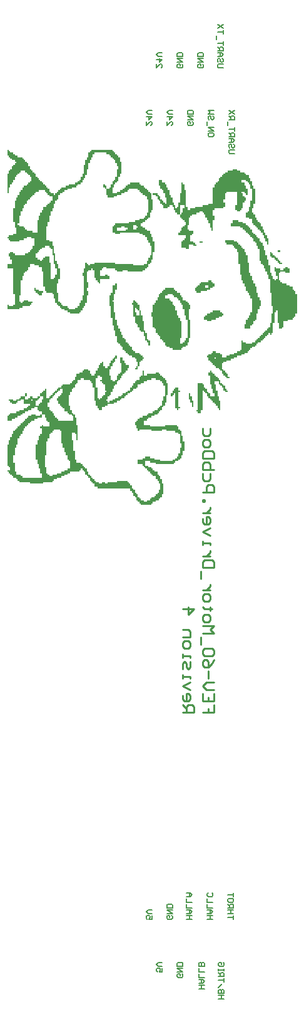
<source format=gbo>
G04*
G04 #@! TF.GenerationSoftware,Altium Limited,Altium Designer,19.1.8 (144)*
G04*
G04 Layer_Color=32896*
%FSLAX25Y25*%
%MOIN*%
G70*
G01*
G75*
%ADD12C,0.01000*%
%ADD13C,0.00600*%
G36*
X438500Y556700D02*
X439300D01*
Y555900D01*
X440100D01*
Y555100D01*
X440900D01*
Y554300D01*
X441700D01*
Y553500D01*
X442500D01*
Y551100D01*
X443300D01*
Y544700D01*
X442500D01*
Y543100D01*
X441700D01*
Y540700D01*
X440900D01*
Y539900D01*
X440100D01*
Y539100D01*
X439300D01*
Y537500D01*
X438500D01*
Y534300D01*
X440900D01*
Y535100D01*
X442500D01*
Y535900D01*
X444100D01*
Y536700D01*
X444900D01*
Y537500D01*
X445700D01*
Y538300D01*
X446500D01*
Y539100D01*
X448100D01*
Y539900D01*
X452900D01*
Y539100D01*
X453700D01*
Y538300D01*
X455300D01*
Y537500D01*
X456100D01*
Y536700D01*
X456900D01*
Y535900D01*
X457700D01*
Y535100D01*
X458500D01*
Y534300D01*
X459300D01*
Y531100D01*
X460100D01*
Y525500D01*
X459300D01*
Y523900D01*
X458500D01*
Y521500D01*
X457700D01*
Y520700D01*
X456900D01*
Y519900D01*
X456100D01*
Y519100D01*
X454500D01*
Y518300D01*
X453700D01*
Y516700D01*
X454500D01*
Y515900D01*
X456100D01*
Y515100D01*
X456900D01*
Y514300D01*
X458500D01*
Y512700D01*
X459300D01*
Y511100D01*
X460100D01*
Y508700D01*
X460900D01*
Y503100D01*
X460100D01*
Y499100D01*
X459300D01*
Y497500D01*
X458500D01*
Y496700D01*
X457700D01*
Y495100D01*
X456900D01*
Y494300D01*
X456100D01*
Y493500D01*
X454500D01*
Y492700D01*
X446500D01*
Y493500D01*
X444100D01*
Y492700D01*
X440900D01*
Y493500D01*
X440100D01*
Y494300D01*
X435300D01*
Y495100D01*
X433700D01*
Y494300D01*
X432900D01*
Y493500D01*
X432100D01*
Y490300D01*
X434500D01*
Y491100D01*
X436100D01*
Y490300D01*
X436900D01*
Y488700D01*
X432100D01*
Y486300D01*
X431300D01*
Y487100D01*
X430500D01*
Y487900D01*
X429700D01*
Y489500D01*
X428900D01*
Y493500D01*
X428100D01*
Y494300D01*
X427300D01*
Y493500D01*
X425700D01*
Y492700D01*
X424900D01*
Y487100D01*
X425700D01*
Y483900D01*
X424900D01*
Y482300D01*
X425700D01*
Y479900D01*
X424900D01*
Y475900D01*
X424100D01*
Y474300D01*
X423300D01*
Y473500D01*
X422500D01*
Y471900D01*
X421700D01*
Y471100D01*
X420900D01*
Y470300D01*
X416100D01*
Y471100D01*
X414500D01*
Y471900D01*
X412900D01*
Y472700D01*
X411300D01*
Y473500D01*
X410500D01*
Y474300D01*
X409700D01*
Y475100D01*
X408900D01*
Y475900D01*
X408100D01*
Y478300D01*
X407300D01*
Y480700D01*
X406500D01*
Y481500D01*
X403300D01*
Y482300D01*
X402500D01*
Y484700D01*
X401700D01*
Y492700D01*
X400900D01*
Y495100D01*
X399300D01*
Y495900D01*
X396900D01*
Y496700D01*
X394500D01*
Y495100D01*
X393700D01*
Y493500D01*
X392900D01*
Y492700D01*
X392100D01*
Y491900D01*
X391300D01*
Y490300D01*
X390500D01*
Y487900D01*
X389700D01*
Y479900D01*
X388900D01*
Y476700D01*
X389700D01*
Y475900D01*
X390500D01*
Y476700D01*
X391300D01*
Y477500D01*
X393700D01*
Y476700D01*
X396100D01*
Y475900D01*
X395300D01*
Y475100D01*
X394500D01*
Y474300D01*
X390500D01*
Y473500D01*
X388900D01*
Y472700D01*
X382500D01*
Y475100D01*
X383300D01*
Y474300D01*
X385700D01*
Y475100D01*
X386500D01*
Y480700D01*
X385700D01*
Y494300D01*
X382500D01*
Y496700D01*
X384900D01*
Y499100D01*
X384100D01*
Y500700D01*
X383300D01*
Y502300D01*
X384100D01*
Y503100D01*
X385700D01*
Y502300D01*
X386500D01*
Y501500D01*
X392100D01*
Y502300D01*
X393700D01*
Y503100D01*
X394500D01*
Y503900D01*
X395300D01*
Y504700D01*
X396100D01*
Y506300D01*
X396900D01*
Y510300D01*
X395300D01*
Y511100D01*
X392900D01*
Y510300D01*
X391300D01*
Y509500D01*
X388900D01*
Y508700D01*
X384100D01*
Y509500D01*
X383300D01*
Y510300D01*
X382500D01*
Y511100D01*
X383300D01*
Y511900D01*
X385700D01*
Y512700D01*
X387300D01*
Y515900D01*
X386500D01*
Y519100D01*
X385700D01*
Y526300D01*
X386500D01*
Y530300D01*
X387300D01*
Y531900D01*
X388100D01*
Y533500D01*
X388900D01*
Y535100D01*
X389700D01*
Y535900D01*
X390500D01*
Y537500D01*
X391300D01*
Y538300D01*
X392900D01*
Y539100D01*
X393700D01*
Y539900D01*
X394500D01*
Y540700D01*
X395300D01*
Y543100D01*
X394500D01*
Y543900D01*
X393700D01*
Y544700D01*
X392900D01*
Y545500D01*
X392100D01*
Y546300D01*
X389700D01*
Y545500D01*
X388900D01*
Y544700D01*
X388100D01*
Y543900D01*
X387300D01*
Y543100D01*
X386500D01*
Y541500D01*
X385700D01*
Y539900D01*
X384900D01*
Y539100D01*
X384100D01*
Y537500D01*
X383300D01*
Y534300D01*
X382500D01*
Y544700D01*
X383300D01*
Y546300D01*
X384100D01*
Y547100D01*
X384900D01*
Y548700D01*
X385700D01*
Y549500D01*
X386500D01*
Y550300D01*
X387300D01*
Y551100D01*
X386500D01*
Y551900D01*
X384900D01*
Y552700D01*
X384100D01*
Y553500D01*
X383300D01*
Y554300D01*
X382500D01*
Y557500D01*
X383300D01*
Y556700D01*
X384100D01*
Y555900D01*
X385700D01*
Y555100D01*
X386500D01*
Y554300D01*
X388100D01*
Y553500D01*
X390500D01*
Y552700D01*
X391300D01*
Y551900D01*
X392100D01*
Y551100D01*
X392900D01*
Y550300D01*
X393700D01*
Y548700D01*
X394500D01*
Y547100D01*
X395300D01*
Y546300D01*
X396100D01*
Y545500D01*
X396900D01*
Y544700D01*
X397700D01*
Y543100D01*
X398500D01*
Y542300D01*
X399300D01*
Y541500D01*
X400100D01*
Y540700D01*
X400900D01*
Y539900D01*
X401700D01*
Y539100D01*
X402500D01*
Y538300D01*
X403300D01*
Y537500D01*
X404100D01*
Y536700D01*
X404900D01*
Y535100D01*
X405700D01*
Y534300D01*
X407300D01*
Y533500D01*
X408100D01*
Y534300D01*
X408900D01*
Y535100D01*
X409700D01*
Y535900D01*
X410500D01*
Y536700D01*
X411300D01*
Y537500D01*
X413700D01*
Y538300D01*
X415300D01*
Y539100D01*
X418500D01*
Y539900D01*
X420100D01*
Y540700D01*
X420900D01*
Y541500D01*
X421700D01*
Y543100D01*
X422500D01*
Y544700D01*
X423300D01*
Y549500D01*
X424100D01*
Y551900D01*
X424900D01*
Y553500D01*
X425700D01*
Y555900D01*
X426500D01*
Y556700D01*
X427300D01*
Y557500D01*
X438500D01*
Y556700D01*
D02*
G37*
G36*
X486500Y507900D02*
X484900D01*
Y508700D01*
X486500D01*
Y507900D01*
D02*
G37*
G36*
X504900Y546300D02*
X506500D01*
Y545500D01*
X508900D01*
Y544700D01*
X509700D01*
Y543900D01*
X511300D01*
Y542300D01*
X512100D01*
Y540700D01*
X512900D01*
Y538300D01*
X513700D01*
Y536700D01*
X514500D01*
Y528700D01*
X513700D01*
Y526300D01*
X512900D01*
Y523900D01*
X513700D01*
Y523100D01*
X514500D01*
Y521500D01*
X515300D01*
Y519900D01*
X516100D01*
Y519100D01*
X516900D01*
Y518300D01*
X517700D01*
Y516700D01*
X518500D01*
Y515100D01*
X519300D01*
Y513500D01*
X520100D01*
Y511900D01*
X520900D01*
Y510300D01*
X521700D01*
Y507100D01*
X520900D01*
Y508700D01*
X520100D01*
Y510300D01*
X519300D01*
Y511900D01*
X518500D01*
Y513500D01*
X517700D01*
Y514300D01*
X516900D01*
Y515100D01*
X516100D01*
Y515900D01*
X515300D01*
Y516700D01*
X514500D01*
Y517500D01*
X513700D01*
Y518300D01*
X512900D01*
Y520700D01*
X511300D01*
Y521500D01*
X509700D01*
Y523900D01*
X510500D01*
Y524700D01*
X511300D01*
Y527100D01*
X512100D01*
Y530300D01*
X512900D01*
Y536700D01*
X512100D01*
Y539100D01*
X511300D01*
Y539900D01*
X510500D01*
Y540700D01*
X509700D01*
Y541500D01*
X507300D01*
Y539900D01*
X508900D01*
Y538300D01*
X509700D01*
Y536700D01*
X510500D01*
Y533500D01*
X509700D01*
Y534300D01*
X508900D01*
Y535100D01*
X507300D01*
Y534300D01*
X508100D01*
Y532700D01*
X508900D01*
Y531900D01*
X509700D01*
Y530300D01*
X508900D01*
Y529500D01*
X508100D01*
Y526300D01*
X507300D01*
Y525500D01*
X506500D01*
Y524700D01*
X504900D01*
Y525500D01*
X504100D01*
Y527900D01*
X504900D01*
Y535100D01*
X499300D01*
Y534300D01*
X498500D01*
Y531100D01*
X497700D01*
Y529500D01*
X498500D01*
Y527100D01*
X497700D01*
Y526300D01*
X492900D01*
Y525500D01*
X492100D01*
Y522300D01*
X492900D01*
Y519900D01*
X492100D01*
Y514300D01*
X491300D01*
Y515900D01*
X490500D01*
Y518300D01*
X489700D01*
Y519900D01*
X488900D01*
Y521500D01*
X488100D01*
Y523100D01*
X487300D01*
Y523900D01*
X486500D01*
Y524700D01*
X484900D01*
Y523900D01*
X483300D01*
Y523100D01*
X480900D01*
Y522300D01*
X480100D01*
Y521500D01*
X479300D01*
Y517500D01*
X478500D01*
Y515100D01*
X479300D01*
Y514300D01*
X481700D01*
Y512700D01*
X480900D01*
Y511900D01*
X480100D01*
Y508700D01*
X481700D01*
Y507900D01*
X482500D01*
Y507100D01*
X483300D01*
Y506300D01*
X481700D01*
Y507100D01*
X479300D01*
Y504700D01*
X477700D01*
Y505500D01*
X475300D01*
Y508700D01*
X476100D01*
Y509500D01*
X476900D01*
Y510300D01*
X477700D01*
Y511900D01*
X473700D01*
Y513500D01*
X474500D01*
Y514300D01*
X475300D01*
Y515900D01*
X476100D01*
Y516700D01*
X476900D01*
Y517500D01*
X477700D01*
Y519100D01*
X476900D01*
Y519900D01*
X476100D01*
Y520700D01*
X475300D01*
Y521500D01*
X474500D01*
Y523100D01*
X472900D01*
Y523900D01*
X472100D01*
Y525500D01*
X471300D01*
Y527100D01*
X470500D01*
Y527900D01*
X468900D01*
Y527100D01*
X468100D01*
Y526300D01*
X465700D01*
Y527900D01*
X464900D01*
Y528700D01*
X464100D01*
Y530300D01*
X463300D01*
Y531100D01*
X462500D01*
Y532700D01*
X461700D01*
Y533500D01*
X460100D01*
Y534300D01*
X462500D01*
Y533500D01*
X463300D01*
Y532700D01*
X464100D01*
Y531100D01*
X464900D01*
Y530300D01*
X465700D01*
Y529500D01*
X466500D01*
Y528700D01*
X467300D01*
Y531900D01*
X466500D01*
Y534300D01*
X465700D01*
Y535900D01*
X464900D01*
Y536700D01*
X464100D01*
Y538300D01*
X463300D01*
Y541500D01*
X464900D01*
Y539900D01*
X466500D01*
Y539100D01*
X467300D01*
Y537500D01*
X468100D01*
Y535900D01*
X468900D01*
Y533500D01*
X469700D01*
Y531900D01*
X470500D01*
Y529500D01*
X471300D01*
Y527900D01*
X472100D01*
Y526300D01*
X472900D01*
Y527100D01*
X473700D01*
Y529500D01*
X474500D01*
Y534300D01*
X475300D01*
Y539900D01*
X476100D01*
Y539100D01*
X476900D01*
Y535900D01*
X477700D01*
Y527100D01*
X478500D01*
Y525500D01*
X480100D01*
Y526300D01*
X482500D01*
Y527100D01*
X486500D01*
Y527900D01*
X489700D01*
Y528700D01*
X492100D01*
Y537500D01*
X492900D01*
Y539100D01*
X493700D01*
Y539900D01*
X494500D01*
Y540700D01*
X495300D01*
Y542300D01*
X496100D01*
Y543100D01*
X496900D01*
Y543900D01*
X497700D01*
Y544700D01*
X498500D01*
Y545500D01*
X500100D01*
Y546300D01*
X502500D01*
Y547100D01*
X504900D01*
Y546300D01*
D02*
G37*
G36*
X528100Y503100D02*
X526500D01*
Y503900D01*
X528100D01*
Y503100D01*
D02*
G37*
G36*
X523300Y502300D02*
X524100D01*
Y501500D01*
X524900D01*
Y500700D01*
X525700D01*
Y499900D01*
X526500D01*
Y499100D01*
X527300D01*
Y498300D01*
X528100D01*
Y497500D01*
X528900D01*
Y496700D01*
X527300D01*
Y497500D01*
X526500D01*
Y498300D01*
X525700D01*
Y499100D01*
X524900D01*
Y499900D01*
X523300D01*
Y500700D01*
X522500D01*
Y503100D01*
X523300D01*
Y502300D01*
D02*
G37*
G36*
X505700Y519100D02*
X508100D01*
Y518300D01*
X509700D01*
Y517500D01*
X510500D01*
Y516700D01*
X511300D01*
Y515900D01*
X512100D01*
Y515100D01*
X512900D01*
Y513500D01*
X513700D01*
Y512700D01*
X514500D01*
Y511900D01*
X515300D01*
Y511100D01*
X516100D01*
Y510300D01*
X516900D01*
Y508700D01*
X517700D01*
Y507900D01*
X518500D01*
Y506300D01*
X519300D01*
Y503900D01*
X520100D01*
Y501500D01*
X520900D01*
Y499100D01*
X521700D01*
Y495900D01*
X522500D01*
Y491900D01*
X523300D01*
Y490300D01*
X524100D01*
Y488700D01*
X524900D01*
Y487900D01*
X525700D01*
Y488700D01*
X526500D01*
Y490300D01*
X525700D01*
Y492700D01*
X524900D01*
Y495100D01*
X525700D01*
Y494300D01*
X528100D01*
Y493500D01*
X529700D01*
Y494300D01*
X530500D01*
Y495100D01*
X532100D01*
Y494300D01*
X532900D01*
Y491900D01*
X530500D01*
Y492700D01*
X528100D01*
Y491900D01*
X527300D01*
Y487900D01*
X528100D01*
Y487100D01*
X528900D01*
Y486300D01*
X531300D01*
Y485500D01*
X532900D01*
Y484700D01*
X534500D01*
Y483100D01*
X535300D01*
Y482300D01*
X536100D01*
Y480700D01*
X536900D01*
Y470300D01*
X536100D01*
Y468700D01*
X535300D01*
Y467900D01*
X534500D01*
Y467100D01*
X532100D01*
Y466300D01*
X529700D01*
Y463100D01*
X528900D01*
Y462300D01*
X527300D01*
Y465500D01*
X526500D01*
Y471900D01*
X525700D01*
Y471100D01*
X524900D01*
Y465500D01*
X524100D01*
Y459900D01*
X523300D01*
Y459100D01*
X522500D01*
Y459900D01*
X521700D01*
Y459100D01*
X520900D01*
Y458300D01*
X520100D01*
Y457500D01*
X519300D01*
Y456700D01*
X518500D01*
Y455900D01*
X517700D01*
Y455100D01*
X516100D01*
Y454300D01*
X515300D01*
Y453500D01*
X514500D01*
Y452700D01*
X512900D01*
Y451900D01*
X512100D01*
Y451100D01*
X511300D01*
Y450300D01*
X510500D01*
Y449500D01*
X508900D01*
Y448700D01*
X507300D01*
Y447900D01*
X504900D01*
Y447100D01*
X503300D01*
Y446300D01*
X501700D01*
Y445500D01*
X499300D01*
Y444700D01*
X497700D01*
Y443900D01*
X496900D01*
Y440700D01*
X497700D01*
Y439900D01*
X498500D01*
Y439100D01*
X499300D01*
Y438300D01*
X500100D01*
Y436700D01*
X500900D01*
Y435900D01*
X499300D01*
Y436700D01*
X498500D01*
Y437500D01*
X497700D01*
Y438300D01*
X496900D01*
Y439900D01*
X496100D01*
Y440700D01*
X495300D01*
Y441500D01*
X493700D01*
Y442300D01*
X492900D01*
Y443100D01*
X492100D01*
Y443900D01*
X491300D01*
Y444700D01*
X490500D01*
Y445500D01*
X489700D01*
Y447100D01*
X488900D01*
Y447900D01*
X489700D01*
Y448700D01*
X491300D01*
Y449500D01*
X492100D01*
Y450300D01*
X493700D01*
Y449500D01*
X496100D01*
Y448700D01*
X496900D01*
Y447100D01*
X499300D01*
Y447900D01*
X500900D01*
Y448700D01*
X503300D01*
Y449500D01*
X504900D01*
Y450300D01*
X506500D01*
Y451100D01*
X507300D01*
Y455900D01*
X508100D01*
Y455100D01*
X509700D01*
Y454300D01*
X512900D01*
Y455100D01*
X514500D01*
Y455900D01*
X515300D01*
Y456700D01*
X516100D01*
Y457500D01*
X516900D01*
Y458300D01*
X517700D01*
Y459100D01*
X518500D01*
Y459900D01*
X519300D01*
Y460700D01*
X520100D01*
Y461500D01*
X520900D01*
Y462300D01*
X521700D01*
Y463100D01*
X522500D01*
Y465500D01*
X523300D01*
Y470300D01*
X524100D01*
Y474300D01*
X523300D01*
Y481500D01*
X522500D01*
Y488700D01*
X521700D01*
Y491100D01*
X520900D01*
Y492700D01*
X520100D01*
Y494300D01*
X519300D01*
Y495900D01*
X518500D01*
Y496700D01*
X517700D01*
Y498300D01*
X516900D01*
Y504700D01*
X516100D01*
Y506300D01*
X515300D01*
Y507900D01*
X514500D01*
Y508700D01*
X513700D01*
Y510300D01*
X512900D01*
Y511100D01*
X512100D01*
Y511900D01*
X511300D01*
Y512700D01*
X510500D01*
Y513500D01*
X509700D01*
Y514300D01*
X508900D01*
Y515100D01*
X508100D01*
Y515900D01*
X506500D01*
Y516700D01*
X501700D01*
Y518300D01*
X502500D01*
Y519900D01*
X505700D01*
Y519100D01*
D02*
G37*
G36*
X491300Y487100D02*
X492100D01*
Y486300D01*
X492900D01*
Y484700D01*
X492100D01*
Y483900D01*
X490500D01*
Y483100D01*
X488900D01*
Y482300D01*
X485700D01*
Y481500D01*
X483300D01*
Y482300D01*
X482500D01*
Y483900D01*
X483300D01*
Y484700D01*
X484100D01*
Y485500D01*
X484900D01*
Y486300D01*
X485700D01*
Y487100D01*
X489700D01*
Y487900D01*
X491300D01*
Y487100D01*
D02*
G37*
G36*
X397700Y483100D02*
X399300D01*
Y482300D01*
X401700D01*
Y481500D01*
X400900D01*
Y479900D01*
X399300D01*
Y480700D01*
X398500D01*
Y481500D01*
X397700D01*
Y482300D01*
X396900D01*
Y483900D01*
X397700D01*
Y483100D01*
D02*
G37*
G36*
X496100Y471100D02*
X496900D01*
Y470300D01*
X497700D01*
Y469500D01*
X496900D01*
Y468700D01*
X495300D01*
Y467900D01*
X493700D01*
Y467100D01*
X491300D01*
Y466300D01*
X488900D01*
Y467100D01*
X487300D01*
Y468700D01*
X488100D01*
Y469500D01*
X488900D01*
Y470300D01*
X490500D01*
Y471100D01*
X492100D01*
Y471900D01*
X496100D01*
Y471100D01*
D02*
G37*
G36*
X503300Y508700D02*
X504900D01*
Y507900D01*
X505700D01*
Y507100D01*
X506500D01*
Y506300D01*
X507300D01*
Y505500D01*
X508100D01*
Y504700D01*
X508900D01*
Y503100D01*
X509700D01*
Y501500D01*
X510500D01*
Y497500D01*
X511300D01*
Y491900D01*
X512100D01*
Y490300D01*
X512900D01*
Y487900D01*
X513700D01*
Y486300D01*
X514500D01*
Y484700D01*
X515300D01*
Y481500D01*
X516100D01*
Y479100D01*
X516900D01*
Y477500D01*
X517700D01*
Y474300D01*
X516900D01*
Y472700D01*
X516100D01*
Y470300D01*
X515300D01*
Y467100D01*
X514500D01*
Y466300D01*
X513700D01*
Y464700D01*
X512900D01*
Y463900D01*
X512100D01*
Y462300D01*
X508900D01*
Y464700D01*
X509700D01*
Y467100D01*
X510500D01*
Y467900D01*
X511300D01*
Y469500D01*
X512100D01*
Y471100D01*
X512900D01*
Y478300D01*
X512100D01*
Y479900D01*
X511300D01*
Y481500D01*
X510500D01*
Y482300D01*
X509700D01*
Y484700D01*
X508900D01*
Y486300D01*
X508100D01*
Y487900D01*
X507300D01*
Y491100D01*
X506500D01*
Y496700D01*
X505700D01*
Y503100D01*
X504900D01*
Y504700D01*
X504100D01*
Y505500D01*
X503300D01*
Y506300D01*
X502500D01*
Y507100D01*
X499300D01*
Y507900D01*
X498500D01*
Y509500D01*
X503300D01*
Y508700D01*
D02*
G37*
G36*
X450500Y476700D02*
X451300D01*
Y475900D01*
X452100D01*
Y475100D01*
X452900D01*
Y471900D01*
X453700D01*
Y469500D01*
X454500D01*
Y466300D01*
X455300D01*
Y461500D01*
X456100D01*
Y459900D01*
X456900D01*
Y456700D01*
X457700D01*
Y455900D01*
X458500D01*
Y453500D01*
X457700D01*
Y455100D01*
X456900D01*
Y455900D01*
X456100D01*
Y458300D01*
X455300D01*
Y460700D01*
X453700D01*
Y461500D01*
X452900D01*
Y463100D01*
X452100D01*
Y464700D01*
X451300D01*
Y465500D01*
X450500D01*
Y468700D01*
X449700D01*
Y475100D01*
X448900D01*
Y475900D01*
X449700D01*
Y477500D01*
X450500D01*
Y476700D01*
D02*
G37*
G36*
X471300Y483100D02*
X472100D01*
Y482300D01*
X472900D01*
Y481500D01*
X474500D01*
Y479900D01*
X475300D01*
Y479100D01*
X476100D01*
Y477500D01*
X477700D01*
Y476700D01*
X478500D01*
Y475900D01*
X479300D01*
Y475100D01*
X480100D01*
Y472700D01*
X479300D01*
Y467100D01*
X480100D01*
Y457500D01*
X479300D01*
Y455100D01*
X478500D01*
Y453500D01*
X477700D01*
Y452700D01*
X476100D01*
Y451900D01*
X475300D01*
Y451100D01*
X470500D01*
Y451900D01*
X468900D01*
Y452700D01*
X467300D01*
Y453500D01*
X466500D01*
Y455100D01*
X465700D01*
Y455900D01*
X464900D01*
Y456700D01*
X464100D01*
Y458300D01*
X463300D01*
Y459100D01*
X462500D01*
Y459900D01*
X461700D01*
Y462300D01*
X460900D01*
Y463100D01*
X460100D01*
Y468700D01*
X459300D01*
Y471100D01*
X460100D01*
Y475100D01*
X460900D01*
Y475900D01*
X461700D01*
Y477500D01*
X462500D01*
Y479100D01*
X463300D01*
Y480700D01*
X464100D01*
Y481500D01*
X464900D01*
Y482300D01*
X465700D01*
Y483100D01*
X466500D01*
Y483900D01*
X471300D01*
Y483100D01*
D02*
G37*
G36*
X440900D02*
X440100D01*
Y480700D01*
X439300D01*
Y477500D01*
X438500D01*
Y476700D01*
X439300D01*
Y471100D01*
X440100D01*
Y467100D01*
X440900D01*
Y463900D01*
X441700D01*
Y462300D01*
X442500D01*
Y460700D01*
X443300D01*
Y459100D01*
X444100D01*
Y457500D01*
X444900D01*
Y456700D01*
X445700D01*
Y455100D01*
X446500D01*
Y454300D01*
X447300D01*
Y453500D01*
X448100D01*
Y452700D01*
X448900D01*
Y451100D01*
X449700D01*
Y450300D01*
X450500D01*
Y449500D01*
X452900D01*
Y448700D01*
X453700D01*
Y447900D01*
X454500D01*
Y447100D01*
X455300D01*
Y446300D01*
X454500D01*
Y445500D01*
X453700D01*
Y444700D01*
X452900D01*
Y442300D01*
X452100D01*
Y444700D01*
X451300D01*
Y446300D01*
X450500D01*
Y447100D01*
X448900D01*
Y447900D01*
X447300D01*
Y448700D01*
X446500D01*
Y449500D01*
X445700D01*
Y450300D01*
X444900D01*
Y451100D01*
X444100D01*
Y452700D01*
X443300D01*
Y453500D01*
X442500D01*
Y454300D01*
X441700D01*
Y455100D01*
X440900D01*
Y458300D01*
X440100D01*
Y461500D01*
X439300D01*
Y463900D01*
X438500D01*
Y467900D01*
X437700D01*
Y474300D01*
X436900D01*
Y479900D01*
X437700D01*
Y481500D01*
X438500D01*
Y485500D01*
X440100D01*
Y486300D01*
X440900D01*
Y483100D01*
D02*
G37*
G36*
Y446300D02*
X440100D01*
Y444700D01*
X439300D01*
Y443900D01*
X438500D01*
Y442300D01*
X437700D01*
Y440700D01*
X436900D01*
Y437500D01*
X437700D01*
Y435100D01*
X438500D01*
Y434300D01*
X440100D01*
Y435100D01*
X440900D01*
Y437500D01*
X441700D01*
Y438300D01*
X442500D01*
Y439100D01*
X443300D01*
Y443900D01*
X442500D01*
Y447100D01*
X444100D01*
Y445500D01*
X444900D01*
Y443900D01*
X445700D01*
Y443100D01*
X447300D01*
Y441500D01*
X446500D01*
Y439900D01*
X445700D01*
Y439100D01*
X444900D01*
Y438300D01*
X444100D01*
Y437500D01*
X443300D01*
Y435900D01*
X442500D01*
Y435100D01*
X441700D01*
Y434300D01*
X440900D01*
Y432700D01*
X440100D01*
Y431900D01*
X439300D01*
Y430300D01*
X438500D01*
Y428700D01*
X437700D01*
Y427100D01*
X436900D01*
Y426300D01*
X436100D01*
Y424700D01*
X435300D01*
Y423900D01*
X436100D01*
Y423100D01*
X436900D01*
Y423900D01*
X438500D01*
Y424700D01*
X440100D01*
Y425500D01*
X441700D01*
Y426300D01*
X443300D01*
Y427100D01*
X444100D01*
Y427900D01*
X445700D01*
Y428700D01*
X446500D01*
Y429500D01*
X448100D01*
Y431100D01*
X448900D01*
Y431900D01*
X449700D01*
Y433500D01*
X450500D01*
Y434300D01*
X451300D01*
Y435100D01*
X452900D01*
Y436700D01*
X453700D01*
Y437500D01*
X454500D01*
Y439900D01*
X455300D01*
Y437500D01*
X456900D01*
Y438300D01*
X461700D01*
Y439100D01*
X463300D01*
Y438300D01*
X464100D01*
Y437500D01*
X464900D01*
Y436700D01*
X465700D01*
Y435900D01*
X466500D01*
Y435100D01*
X467300D01*
Y433500D01*
X468100D01*
Y427100D01*
X467300D01*
Y423100D01*
X466500D01*
Y421500D01*
X465700D01*
Y420700D01*
X464900D01*
Y419100D01*
X464100D01*
Y418300D01*
X463300D01*
Y417500D01*
X462500D01*
Y416700D01*
X460900D01*
Y415900D01*
X459300D01*
Y415100D01*
X457700D01*
Y414300D01*
X456900D01*
Y413500D01*
X455300D01*
Y411100D01*
X458500D01*
Y410300D01*
X466500D01*
Y411100D01*
X472900D01*
Y410300D01*
X473700D01*
Y408700D01*
X474500D01*
Y407900D01*
X475300D01*
Y405500D01*
X476100D01*
Y402300D01*
X476900D01*
Y397500D01*
X476100D01*
Y395100D01*
X475300D01*
Y393500D01*
X474500D01*
Y392700D01*
X473700D01*
Y391900D01*
X472100D01*
Y391100D01*
X471300D01*
Y390300D01*
X461700D01*
Y391100D01*
X458500D01*
Y391900D01*
X456100D01*
Y389500D01*
X457700D01*
Y388700D01*
X459300D01*
Y387900D01*
X460100D01*
Y387100D01*
X460900D01*
Y386300D01*
X462500D01*
Y384700D01*
X463300D01*
Y383900D01*
X464100D01*
Y382300D01*
X464900D01*
Y379900D01*
X465700D01*
Y374300D01*
X464900D01*
Y372700D01*
X464100D01*
Y371900D01*
X463300D01*
Y371100D01*
X461700D01*
Y370300D01*
X460100D01*
Y369500D01*
X459300D01*
Y368700D01*
X453700D01*
Y369500D01*
X452900D01*
Y370300D01*
X452100D01*
Y371100D01*
X451300D01*
Y372700D01*
X450500D01*
Y373500D01*
X449700D01*
Y375100D01*
X448900D01*
Y375900D01*
X448100D01*
Y377500D01*
X430500D01*
Y378300D01*
X428900D01*
Y379900D01*
X428100D01*
Y380700D01*
X427300D01*
Y381500D01*
X426500D01*
Y383100D01*
X425700D01*
Y383900D01*
X424900D01*
Y384700D01*
X424100D01*
Y386300D01*
X423300D01*
Y387100D01*
X422500D01*
Y387900D01*
X421700D01*
Y387100D01*
X420900D01*
Y386300D01*
X416100D01*
Y385500D01*
X414500D01*
Y384700D01*
X412900D01*
Y383900D01*
X411300D01*
Y383100D01*
X408900D01*
Y382300D01*
X407300D01*
Y381500D01*
X406500D01*
Y380700D01*
X401700D01*
Y379900D01*
X394500D01*
Y380700D01*
X388900D01*
Y381500D01*
X388100D01*
Y382300D01*
X387300D01*
Y383100D01*
X385700D01*
Y383900D01*
X384900D01*
Y384700D01*
X384100D01*
Y385500D01*
X383300D01*
Y386300D01*
X382500D01*
Y387100D01*
X384100D01*
Y388700D01*
X383300D01*
Y389500D01*
X382500D01*
Y400700D01*
X383300D01*
Y403100D01*
X384100D01*
Y404700D01*
X384900D01*
Y406300D01*
X385700D01*
Y407900D01*
X386500D01*
Y408700D01*
X387300D01*
Y409500D01*
X388100D01*
Y410300D01*
X388900D01*
Y411100D01*
X389700D01*
Y411900D01*
X390500D01*
Y412700D01*
X391300D01*
Y413500D01*
X392100D01*
Y414300D01*
X392900D01*
Y415100D01*
X393700D01*
Y415900D01*
X395300D01*
Y416700D01*
X397700D01*
Y415900D01*
X400100D01*
Y416700D01*
X400900D01*
Y415100D01*
X398500D01*
Y414300D01*
X396900D01*
Y413500D01*
X395300D01*
Y412700D01*
X394500D01*
Y411900D01*
X393700D01*
Y411100D01*
X392900D01*
Y410300D01*
X392100D01*
Y409500D01*
X391300D01*
Y407900D01*
X390500D01*
Y406300D01*
X389700D01*
Y405500D01*
X388900D01*
Y403900D01*
X388100D01*
Y400700D01*
X387300D01*
Y399100D01*
X386500D01*
Y395100D01*
X385700D01*
Y391100D01*
X386500D01*
Y386300D01*
X387300D01*
Y384700D01*
X389700D01*
Y383900D01*
X390500D01*
Y383100D01*
X400900D01*
Y385500D01*
X400100D01*
Y387900D01*
X399300D01*
Y390300D01*
X398500D01*
Y392700D01*
X397700D01*
Y400700D01*
X398500D01*
Y403100D01*
X399300D01*
Y405500D01*
X400100D01*
Y406300D01*
X400900D01*
Y409500D01*
X400100D01*
Y410300D01*
X400900D01*
Y411100D01*
X401700D01*
Y410300D01*
X404900D01*
Y412700D01*
X404100D01*
Y413500D01*
X403300D01*
Y415100D01*
X402500D01*
Y416700D01*
X400900D01*
Y418300D01*
X399300D01*
Y419100D01*
X398500D01*
Y420700D01*
X396900D01*
Y419900D01*
X395300D01*
Y419100D01*
X393700D01*
Y418300D01*
X392100D01*
Y417500D01*
X390500D01*
Y416700D01*
X389700D01*
Y415900D01*
X388100D01*
Y415100D01*
X386500D01*
Y414300D01*
X384900D01*
Y413500D01*
X382500D01*
Y415900D01*
X383300D01*
Y416700D01*
X384100D01*
Y417500D01*
X387300D01*
Y418300D01*
X388900D01*
Y419100D01*
X391300D01*
Y419900D01*
X392900D01*
Y420700D01*
X393700D01*
Y421500D01*
X394500D01*
Y422300D01*
X391300D01*
Y424700D01*
X389700D01*
Y423900D01*
X388100D01*
Y423100D01*
X387300D01*
Y422300D01*
X384900D01*
Y423100D01*
X384100D01*
Y423900D01*
X383300D01*
Y424700D01*
X385700D01*
Y423900D01*
X387300D01*
Y424700D01*
X388900D01*
Y425500D01*
X389700D01*
Y426300D01*
X392100D01*
Y424700D01*
X393700D01*
Y425500D01*
X394500D01*
Y426300D01*
X396100D01*
Y425500D01*
X398500D01*
Y426300D01*
X400100D01*
Y425500D01*
X399300D01*
Y424700D01*
X398500D01*
Y423900D01*
X397700D01*
Y421500D01*
X399300D01*
Y422300D01*
X400100D01*
Y423100D01*
X400900D01*
Y424700D01*
X401700D01*
Y426300D01*
X400100D01*
Y427900D01*
X400900D01*
Y428700D01*
X401700D01*
Y429500D01*
X402500D01*
Y430300D01*
X403300D01*
Y425500D01*
X404900D01*
Y426300D01*
X405700D01*
Y427100D01*
X406500D01*
Y427900D01*
X407300D01*
Y428700D01*
X408100D01*
Y429500D01*
X408900D01*
Y430300D01*
X409700D01*
Y431100D01*
X411300D01*
Y431900D01*
X412100D01*
Y432700D01*
X416100D01*
Y433500D01*
X416900D01*
Y434300D01*
X417700D01*
Y435100D01*
X418500D01*
Y436700D01*
X419300D01*
Y438300D01*
X420900D01*
Y439100D01*
X422500D01*
Y439900D01*
X423300D01*
Y440700D01*
X425700D01*
Y439900D01*
X426500D01*
Y438300D01*
X427300D01*
Y437500D01*
X428900D01*
Y438300D01*
X429700D01*
Y439900D01*
X430500D01*
Y441500D01*
X431300D01*
Y443100D01*
X432100D01*
Y443900D01*
X432900D01*
Y444700D01*
X433700D01*
Y442300D01*
X434500D01*
Y441500D01*
X436100D01*
Y442300D01*
X436900D01*
Y443900D01*
X437700D01*
Y445500D01*
X438500D01*
Y446300D01*
X439300D01*
Y447100D01*
X440100D01*
Y447900D01*
X440900D01*
Y446300D01*
D02*
G37*
G36*
X452100Y440700D02*
X450500D01*
Y441500D01*
X451300D01*
Y442300D01*
X452100D01*
Y440700D01*
D02*
G37*
G36*
X491300Y439100D02*
X492100D01*
Y438300D01*
X492900D01*
Y437500D01*
X493700D01*
Y436700D01*
X494500D01*
Y435900D01*
X495300D01*
Y435100D01*
X496100D01*
Y433500D01*
X496900D01*
Y432700D01*
X497700D01*
Y431900D01*
X498500D01*
Y430300D01*
X499300D01*
Y429500D01*
X500100D01*
Y428700D01*
X498500D01*
Y429500D01*
X497700D01*
Y431100D01*
X496900D01*
Y431900D01*
X496100D01*
Y432700D01*
X495300D01*
Y434300D01*
X492900D01*
Y432700D01*
X493700D01*
Y429500D01*
X494500D01*
Y426300D01*
X495300D01*
Y423900D01*
X496100D01*
Y419100D01*
X495300D01*
Y419900D01*
X494500D01*
Y421500D01*
X493700D01*
Y422300D01*
X492900D01*
Y423100D01*
X492100D01*
Y423900D01*
X491300D01*
Y424700D01*
X490500D01*
Y425500D01*
X489700D01*
Y426300D01*
X488900D01*
Y427900D01*
X488100D01*
Y428700D01*
X487300D01*
Y429500D01*
X486500D01*
Y419100D01*
X485700D01*
Y417500D01*
X484100D01*
Y418300D01*
X483300D01*
Y419100D01*
X484100D01*
Y433500D01*
X486500D01*
Y432700D01*
X487300D01*
Y431100D01*
X488100D01*
Y430300D01*
X488900D01*
Y428700D01*
X489700D01*
Y427900D01*
X490500D01*
Y426300D01*
X492900D01*
Y427900D01*
X492100D01*
Y430300D01*
X491300D01*
Y432700D01*
X490500D01*
Y437500D01*
X489700D01*
Y439100D01*
X490500D01*
Y439900D01*
X491300D01*
Y439100D01*
D02*
G37*
G36*
X392900Y426300D02*
X392100D01*
Y427900D01*
X392900D01*
Y426300D01*
D02*
G37*
G36*
X480100D02*
X480900D01*
Y423900D01*
X481700D01*
Y420700D01*
X480900D01*
Y423100D01*
X480100D01*
Y424700D01*
X479300D01*
Y427900D01*
X480100D01*
Y426300D01*
D02*
G37*
G36*
X473700Y429500D02*
X474500D01*
Y428700D01*
X473700D01*
Y420700D01*
X474500D01*
Y419900D01*
X473700D01*
Y419100D01*
X472900D01*
Y419900D01*
X472100D01*
Y427900D01*
X471300D01*
Y427100D01*
X470500D01*
Y426300D01*
X469700D01*
Y427900D01*
X470500D01*
Y429500D01*
X471300D01*
Y430300D01*
X472100D01*
Y431100D01*
X473700D01*
Y429500D01*
D02*
G37*
%LPC*%
G36*
X435300Y555900D02*
X428900D01*
Y555100D01*
X428100D01*
Y553500D01*
X427300D01*
Y551900D01*
X426500D01*
Y550300D01*
X425700D01*
Y547100D01*
X424900D01*
Y543900D01*
X424100D01*
Y542300D01*
X423300D01*
Y541500D01*
X422500D01*
Y539900D01*
X421700D01*
Y539100D01*
X420100D01*
Y538300D01*
X419300D01*
Y537500D01*
X416900D01*
Y536700D01*
X414500D01*
Y535900D01*
X412900D01*
Y535100D01*
X412100D01*
Y534300D01*
X410500D01*
Y533500D01*
X409700D01*
Y531100D01*
X408900D01*
Y530300D01*
X408100D01*
Y528700D01*
X407300D01*
Y526300D01*
X406500D01*
Y524700D01*
X405700D01*
Y522300D01*
X404900D01*
Y519100D01*
X404100D01*
Y516700D01*
X403300D01*
Y509500D01*
X404900D01*
Y508700D01*
X406500D01*
Y506300D01*
X407300D01*
Y502300D01*
X408100D01*
Y498300D01*
X408900D01*
Y496700D01*
X409700D01*
Y494300D01*
X410500D01*
Y488700D01*
X409700D01*
Y486300D01*
X408900D01*
Y481500D01*
X409700D01*
Y476700D01*
X410500D01*
Y475900D01*
X411300D01*
Y475100D01*
X412100D01*
Y474300D01*
X414500D01*
Y473500D01*
X415300D01*
Y472700D01*
X418500D01*
Y473500D01*
X420100D01*
Y474300D01*
X420900D01*
Y475900D01*
X421700D01*
Y477500D01*
X422500D01*
Y479900D01*
X423300D01*
Y490300D01*
X422500D01*
Y491900D01*
X423300D01*
Y494300D01*
X424100D01*
Y497500D01*
X424900D01*
Y496700D01*
X425700D01*
Y495900D01*
X426500D01*
Y496700D01*
X428900D01*
Y497500D01*
X440100D01*
Y496700D01*
X449700D01*
Y495900D01*
X455300D01*
Y496700D01*
X456900D01*
Y498300D01*
X457700D01*
Y499900D01*
X458500D01*
Y501500D01*
X459300D01*
Y506300D01*
X458500D01*
Y507900D01*
X457700D01*
Y509500D01*
X456900D01*
Y511100D01*
X456100D01*
Y511900D01*
X454500D01*
Y512700D01*
X452900D01*
Y513500D01*
X442500D01*
Y512700D01*
X440100D01*
Y513500D01*
X438500D01*
Y516700D01*
X439300D01*
Y517500D01*
X440100D01*
Y518300D01*
X447300D01*
Y519100D01*
X450500D01*
Y519900D01*
X452900D01*
Y520700D01*
X455300D01*
Y521500D01*
X456100D01*
Y522300D01*
X456900D01*
Y523900D01*
X457700D01*
Y531100D01*
X456900D01*
Y532700D01*
X456100D01*
Y533500D01*
X454500D01*
Y534300D01*
X453700D01*
Y535100D01*
X452900D01*
Y535900D01*
X452100D01*
Y536700D01*
X447300D01*
Y535900D01*
X446500D01*
Y535100D01*
X444900D01*
Y534300D01*
X443300D01*
Y533500D01*
X440900D01*
Y532700D01*
X439300D01*
Y531900D01*
X436100D01*
Y533500D01*
X435300D01*
Y536700D01*
X434500D01*
Y537500D01*
X433700D01*
Y539100D01*
X434500D01*
Y538300D01*
X435300D01*
Y536700D01*
X436900D01*
Y537500D01*
X437700D01*
Y539100D01*
X438500D01*
Y540700D01*
X439300D01*
Y541500D01*
X440100D01*
Y543100D01*
X440900D01*
Y547100D01*
X441700D01*
Y548700D01*
X440900D01*
Y550300D01*
X440100D01*
Y551900D01*
X439300D01*
Y552700D01*
X438500D01*
Y553500D01*
X437700D01*
Y554300D01*
X436900D01*
Y555100D01*
X435300D01*
Y555900D01*
D02*
G37*
G36*
X451300Y517500D02*
X449700D01*
Y515100D01*
X451300D01*
Y515900D01*
X452100D01*
Y516700D01*
X451300D01*
Y517500D01*
D02*
G37*
G36*
X444900Y516700D02*
X443300D01*
Y515900D01*
X440900D01*
Y514300D01*
X445700D01*
Y515100D01*
X446500D01*
Y515900D01*
X444900D01*
Y516700D01*
D02*
G37*
G36*
X402500Y535900D02*
X399300D01*
Y535100D01*
X397700D01*
Y534300D01*
X396900D01*
Y533500D01*
X396100D01*
Y532700D01*
X395300D01*
Y531900D01*
X394500D01*
Y531100D01*
X393700D01*
Y530300D01*
X392900D01*
Y528700D01*
X392100D01*
Y527900D01*
X391300D01*
Y526300D01*
X390500D01*
Y524700D01*
X389700D01*
Y522300D01*
X388900D01*
Y518300D01*
X388100D01*
Y517500D01*
X388900D01*
Y516700D01*
X391300D01*
Y515900D01*
X392100D01*
Y515100D01*
X392900D01*
Y514300D01*
X396100D01*
Y513500D01*
X398500D01*
Y519900D01*
X399300D01*
Y522300D01*
X400100D01*
Y523900D01*
X400900D01*
Y525500D01*
X401700D01*
Y527100D01*
X403300D01*
Y527900D01*
X404100D01*
Y528700D01*
X404900D01*
Y529500D01*
X405700D01*
Y530300D01*
X406500D01*
Y532700D01*
X404900D01*
Y533500D01*
X404100D01*
Y534300D01*
X403300D01*
Y535100D01*
X402500D01*
Y535900D01*
D02*
G37*
G36*
X404900Y506300D02*
X402500D01*
Y505500D01*
X400900D01*
Y504700D01*
X400100D01*
Y503900D01*
X399300D01*
Y503100D01*
X398500D01*
Y502300D01*
X397700D01*
Y499900D01*
X398500D01*
Y499100D01*
X400100D01*
Y498300D01*
X400900D01*
Y499100D01*
X401700D01*
Y499900D01*
X402500D01*
Y500700D01*
X404900D01*
Y497500D01*
X405700D01*
Y488700D01*
X407300D01*
Y489500D01*
X408100D01*
Y491100D01*
X408900D01*
Y494300D01*
X408100D01*
Y496700D01*
X407300D01*
Y501500D01*
X406500D01*
Y504700D01*
X405700D01*
Y505500D01*
X404900D01*
Y506300D01*
D02*
G37*
G36*
X476900Y527900D02*
X474500D01*
Y523100D01*
X475300D01*
Y523900D01*
X476100D01*
Y526300D01*
X476900D01*
Y527900D01*
D02*
G37*
G36*
X493700Y447100D02*
X492900D01*
Y446300D01*
X493700D01*
Y447100D01*
D02*
G37*
G36*
X489700Y485500D02*
X488100D01*
Y483900D01*
X489700D01*
Y485500D01*
D02*
G37*
G36*
X451300Y473500D02*
X450500D01*
Y471100D01*
X451300D01*
Y469500D01*
X452900D01*
Y471900D01*
X452100D01*
Y472700D01*
X451300D01*
Y473500D01*
D02*
G37*
G36*
X470500Y480700D02*
X468100D01*
Y479900D01*
X466500D01*
Y478300D01*
X468900D01*
Y477500D01*
X469700D01*
Y476700D01*
X470500D01*
Y475100D01*
X471300D01*
Y474300D01*
X472100D01*
Y471900D01*
X472900D01*
Y469500D01*
X473700D01*
Y467900D01*
X474500D01*
Y466300D01*
X475300D01*
Y457500D01*
X474500D01*
Y454300D01*
X476100D01*
Y455100D01*
X476900D01*
Y455900D01*
X477700D01*
Y457500D01*
X478500D01*
Y467100D01*
X477700D01*
Y469500D01*
X476900D01*
Y472700D01*
X476100D01*
Y475100D01*
X475300D01*
Y475900D01*
X474500D01*
Y477500D01*
X473700D01*
Y478300D01*
X472900D01*
Y479100D01*
X471300D01*
Y479900D01*
X470500D01*
Y480700D01*
D02*
G37*
G36*
X432100Y437500D02*
X430500D01*
Y435900D01*
X429700D01*
Y431100D01*
X430500D01*
Y425500D01*
X431300D01*
Y424700D01*
X432100D01*
Y425500D01*
X432900D01*
Y426300D01*
X433700D01*
Y427100D01*
X434500D01*
Y428700D01*
X435300D01*
Y429500D01*
X434500D01*
Y432700D01*
X433700D01*
Y433500D01*
X432900D01*
Y434300D01*
X432100D01*
Y435100D01*
X432900D01*
Y436700D01*
X432100D01*
Y437500D01*
D02*
G37*
G36*
X396100Y424700D02*
X395300D01*
Y423900D01*
X396100D01*
Y424700D01*
D02*
G37*
G36*
X461700Y435900D02*
X459300D01*
Y435100D01*
X456900D01*
Y434300D01*
X455300D01*
Y433500D01*
X453700D01*
Y432700D01*
X452100D01*
Y431100D01*
X451300D01*
Y430300D01*
X449700D01*
Y429500D01*
X448900D01*
Y428700D01*
X448100D01*
Y427900D01*
X446500D01*
Y427100D01*
X445700D01*
Y426300D01*
X444900D01*
Y425500D01*
X443300D01*
Y424700D01*
X442500D01*
Y423900D01*
X440900D01*
Y423100D01*
X439300D01*
Y422300D01*
X436100D01*
Y421500D01*
X434500D01*
Y420700D01*
X432900D01*
Y419100D01*
X431300D01*
Y419900D01*
X430500D01*
Y421500D01*
X429700D01*
Y423900D01*
X428900D01*
Y431100D01*
X428100D01*
Y433500D01*
X427300D01*
Y434300D01*
X426500D01*
Y435100D01*
X423300D01*
Y435900D01*
X421700D01*
Y435100D01*
X420100D01*
Y433500D01*
X419300D01*
Y432700D01*
X418500D01*
Y431100D01*
X417700D01*
Y430300D01*
X416900D01*
Y428700D01*
X416100D01*
Y427100D01*
X415300D01*
Y421500D01*
X416100D01*
Y419100D01*
X416900D01*
Y417500D01*
X417700D01*
Y416700D01*
X418500D01*
Y415100D01*
X419300D01*
Y411100D01*
X420100D01*
Y403100D01*
X419300D01*
Y406300D01*
X418500D01*
Y407100D01*
X416900D01*
Y403100D01*
X417700D01*
Y397500D01*
X418500D01*
Y392700D01*
X419300D01*
Y391100D01*
X421700D01*
Y390300D01*
X422500D01*
Y389500D01*
X423300D01*
Y388700D01*
X424100D01*
Y387900D01*
X424900D01*
Y386300D01*
X425700D01*
Y384700D01*
X426500D01*
Y383900D01*
X427300D01*
Y383100D01*
X428100D01*
Y382300D01*
X428900D01*
Y381500D01*
X429700D01*
Y380700D01*
X431300D01*
Y379900D01*
X432900D01*
Y380700D01*
X434500D01*
Y379900D01*
X436100D01*
Y380700D01*
X440900D01*
Y381500D01*
X446500D01*
Y380700D01*
X447300D01*
Y379900D01*
X448100D01*
Y379100D01*
X448900D01*
Y377500D01*
X449700D01*
Y376700D01*
X450500D01*
Y375100D01*
X451300D01*
Y374300D01*
X452100D01*
Y372700D01*
X452900D01*
Y371900D01*
X453700D01*
Y371100D01*
X455300D01*
Y370300D01*
X456900D01*
Y371100D01*
X458500D01*
Y371900D01*
X459300D01*
Y372700D01*
X460900D01*
Y373500D01*
X461700D01*
Y374300D01*
X462500D01*
Y375100D01*
X463300D01*
Y376700D01*
X464100D01*
Y379900D01*
X463300D01*
Y381500D01*
X462500D01*
Y382300D01*
X461700D01*
Y383900D01*
X460100D01*
Y384700D01*
X459300D01*
Y385500D01*
X458500D01*
Y386300D01*
X457700D01*
Y387100D01*
X456900D01*
Y387900D01*
X456100D01*
Y388700D01*
X455300D01*
Y389500D01*
X454500D01*
Y390300D01*
X452100D01*
Y392700D01*
X454500D01*
Y393500D01*
X456100D01*
Y394300D01*
X458500D01*
Y393500D01*
X460900D01*
Y392700D01*
X464100D01*
Y391900D01*
X470500D01*
Y392700D01*
X472100D01*
Y393500D01*
X472900D01*
Y394300D01*
X473700D01*
Y395900D01*
X474500D01*
Y399100D01*
X475300D01*
Y401500D01*
X474500D01*
Y406300D01*
X473700D01*
Y407100D01*
X472100D01*
Y407900D01*
X467300D01*
Y408700D01*
X464900D01*
Y407900D01*
X459300D01*
Y408700D01*
X452900D01*
Y407900D01*
X452100D01*
Y409500D01*
X451300D01*
Y411100D01*
X450500D01*
Y412700D01*
X451300D01*
Y413500D01*
X452100D01*
Y414300D01*
X452900D01*
Y415100D01*
X454500D01*
Y415900D01*
X456900D01*
Y416700D01*
X457700D01*
Y417500D01*
X460100D01*
Y418300D01*
X460900D01*
Y419100D01*
X462500D01*
Y419900D01*
X463300D01*
Y420700D01*
X464100D01*
Y421500D01*
X464900D01*
Y423900D01*
X465700D01*
Y426300D01*
X466500D01*
Y431900D01*
X465700D01*
Y433500D01*
X464900D01*
Y434300D01*
X464100D01*
Y435100D01*
X461700D01*
Y435900D01*
D02*
G37*
G36*
X412100Y430300D02*
X410500D01*
Y429500D01*
X409700D01*
Y428700D01*
X408900D01*
Y427900D01*
X408100D01*
Y427100D01*
X407300D01*
Y426300D01*
X406500D01*
Y425500D01*
X405700D01*
Y424700D01*
X404900D01*
Y423100D01*
X404100D01*
Y420700D01*
X404900D01*
Y419100D01*
X405700D01*
Y418300D01*
X406500D01*
Y417500D01*
X407300D01*
Y415900D01*
X408100D01*
Y415100D01*
X408900D01*
Y414300D01*
X409700D01*
Y413500D01*
X417700D01*
Y415900D01*
X416900D01*
Y416700D01*
X415300D01*
Y417500D01*
X414500D01*
Y418300D01*
X412900D01*
Y419900D01*
X412100D01*
Y420700D01*
X411300D01*
Y421500D01*
X410500D01*
Y422300D01*
X409700D01*
Y423900D01*
X408900D01*
Y425500D01*
X409700D01*
Y426300D01*
X410500D01*
Y427100D01*
X411300D01*
Y427900D01*
X412100D01*
Y430300D01*
D02*
G37*
G36*
X410500Y408700D02*
X407300D01*
Y407900D01*
X406500D01*
Y407100D01*
X405700D01*
Y406300D01*
X404900D01*
Y403900D01*
X404100D01*
Y402300D01*
X403300D01*
Y395100D01*
X402500D01*
Y388700D01*
X403300D01*
Y385500D01*
X404100D01*
Y384700D01*
X404900D01*
Y383900D01*
X406500D01*
Y384700D01*
X408900D01*
Y385500D01*
X411300D01*
Y386300D01*
X412900D01*
Y387100D01*
X414500D01*
Y387900D01*
X416100D01*
Y391900D01*
X415300D01*
Y392700D01*
X414500D01*
Y395100D01*
X413700D01*
Y396700D01*
X412900D01*
Y399100D01*
X412100D01*
Y401500D01*
X411300D01*
Y407900D01*
X410500D01*
Y408700D01*
D02*
G37*
%LPD*%
D12*
X492595Y262499D02*
Y258500D01*
X489596D01*
Y260499D01*
Y258500D01*
X486597D01*
X492595Y268497D02*
Y264498D01*
X486597D01*
Y268497D01*
X489596Y264498D02*
Y266497D01*
X492595Y270496D02*
X488597D01*
X486597Y272496D01*
X488597Y274495D01*
X492595D01*
X489596Y276494D02*
Y280493D01*
X492595Y286491D02*
X491596Y284492D01*
X489596Y282492D01*
X487597D01*
X486597Y283492D01*
Y285491D01*
X487597Y286491D01*
X488597D01*
X489596Y285491D01*
Y282492D01*
X491596Y288490D02*
X492595Y289490D01*
Y291489D01*
X491596Y292489D01*
X487597D01*
X486597Y291489D01*
Y289490D01*
X487597Y288490D01*
X491596D01*
X485598Y294488D02*
Y298487D01*
X486597Y300486D02*
X492595D01*
X490596Y302486D01*
X492595Y304485D01*
X486597D01*
Y307484D02*
Y309484D01*
X487597Y310483D01*
X489596D01*
X490596Y309484D01*
Y307484D01*
X489596Y306485D01*
X487597D01*
X486597Y307484D01*
X491596Y313482D02*
X490596D01*
Y312483D01*
Y314482D01*
Y313482D01*
X487597D01*
X486597Y314482D01*
Y318481D02*
Y320480D01*
X487597Y321480D01*
X489596D01*
X490596Y320480D01*
Y318481D01*
X489596Y317481D01*
X487597D01*
X486597Y318481D01*
X490596Y323479D02*
X486597D01*
X488597D01*
X489596Y324479D01*
X490596Y325478D01*
Y326478D01*
X485598Y329477D02*
Y333476D01*
X492595Y335475D02*
X486597D01*
Y338474D01*
X487597Y339474D01*
X491596D01*
X492595Y338474D01*
Y335475D01*
X490596Y341473D02*
X486597D01*
X488597D01*
X489596Y342473D01*
X490596Y343473D01*
Y344472D01*
X486597Y347471D02*
Y349471D01*
Y348471D01*
X490596D01*
Y347471D01*
Y352470D02*
X486597Y354469D01*
X490596Y356468D01*
X486597Y361467D02*
Y359467D01*
X487597Y358468D01*
X489596D01*
X490596Y359467D01*
Y361467D01*
X489596Y362466D01*
X488597D01*
Y358468D01*
X490596Y364466D02*
X486597D01*
X488597D01*
X489596Y365465D01*
X490596Y366465D01*
Y367465D01*
X486597Y370464D02*
X487597D01*
Y371463D01*
X486597D01*
Y370464D01*
Y375462D02*
X492595D01*
Y378461D01*
X491596Y379461D01*
X489596D01*
X488597Y378461D01*
Y375462D01*
X490596Y385459D02*
Y382460D01*
X489596Y381460D01*
X487597D01*
X486597Y382460D01*
Y385459D01*
X492595Y387458D02*
X486597D01*
Y390457D01*
X487597Y391457D01*
X488597D01*
X489596D01*
X490596Y390457D01*
Y387458D01*
X492595Y393456D02*
X486597D01*
Y396455D01*
X487597Y397455D01*
X491596D01*
X492595Y396455D01*
Y393456D01*
X486597Y400454D02*
Y402453D01*
X487597Y403453D01*
X489596D01*
X490596Y402453D01*
Y400454D01*
X489596Y399454D01*
X487597D01*
X486597Y400454D01*
X490596Y409451D02*
Y406452D01*
X489596Y405452D01*
X487597D01*
X486597Y406452D01*
Y409451D01*
X476000Y258500D02*
X481998D01*
Y261499D01*
X480998Y262499D01*
X478999D01*
X477999Y261499D01*
Y258500D01*
Y260499D02*
X476000Y262499D01*
Y267497D02*
Y265498D01*
X477000Y264498D01*
X478999D01*
X479999Y265498D01*
Y267497D01*
X478999Y268497D01*
X477999D01*
Y264498D01*
X479999Y270496D02*
X476000Y272496D01*
X479999Y274495D01*
X476000Y276494D02*
Y278493D01*
Y277494D01*
X479999D01*
Y276494D01*
X476000Y281493D02*
Y284492D01*
X477000Y285491D01*
X477999Y284492D01*
Y282492D01*
X478999Y281493D01*
X479999Y282492D01*
Y285491D01*
X476000Y287491D02*
Y289490D01*
Y288490D01*
X479999D01*
Y287491D01*
X476000Y293489D02*
Y295488D01*
X477000Y296488D01*
X478999D01*
X479999Y295488D01*
Y293489D01*
X478999Y292489D01*
X477000D01*
X476000Y293489D01*
Y298487D02*
X479999D01*
Y301486D01*
X478999Y302486D01*
X476000D01*
Y313482D02*
X481998D01*
X478999Y310483D01*
Y314482D01*
D13*
X459499Y150499D02*
Y148500D01*
X458000D01*
X458499Y149500D01*
Y149999D01*
X458000Y150499D01*
X457000D01*
X456500Y149999D01*
Y149000D01*
X457000Y148500D01*
X459499Y151499D02*
X457500D01*
X456500Y152499D01*
X457500Y153498D01*
X459499D01*
X469999Y150499D02*
X470499Y149999D01*
Y149000D01*
X469999Y148500D01*
X468000D01*
X467500Y149000D01*
Y149999D01*
X468000Y150499D01*
X468999D01*
Y149500D01*
X467500Y151499D02*
X470499D01*
X467500Y153498D01*
X470499D01*
Y154498D02*
X467500D01*
Y155998D01*
X468000Y156497D01*
X469999D01*
X470499Y155998D01*
Y154498D01*
X480999Y148500D02*
X478000D01*
X479499D01*
Y150499D01*
X480999D01*
X478000D01*
Y151499D02*
X479999D01*
X480999Y152499D01*
X479999Y153498D01*
X478000D01*
X479499D01*
Y151499D01*
X480999Y154498D02*
X478000D01*
Y156497D01*
X480999Y157497D02*
X478000D01*
Y159496D01*
Y160496D02*
X479999D01*
X480999Y161496D01*
X479999Y162496D01*
X478000D01*
X479499D01*
Y160496D01*
X491999Y148500D02*
X489000D01*
X490499D01*
Y150499D01*
X491999D01*
X489000D01*
Y151499D02*
X490999D01*
X491999Y152499D01*
X490999Y153498D01*
X489000D01*
X490499D01*
Y151499D01*
X491999Y154498D02*
X489000D01*
Y156497D01*
X491999Y157497D02*
X489000D01*
Y159496D01*
X491499Y162496D02*
X491999Y161996D01*
Y160996D01*
X491499Y160496D01*
X489500D01*
X489000Y160996D01*
Y161996D01*
X489500Y162496D01*
X502999Y148500D02*
Y150499D01*
Y149500D01*
X500000D01*
X502999Y151499D02*
X500000D01*
X501500D01*
Y153498D01*
X502999D01*
X500000D01*
Y154498D02*
X502999D01*
Y155998D01*
X502499Y156497D01*
X501500D01*
X501000Y155998D01*
Y154498D01*
Y155498D02*
X500000Y156497D01*
X502999Y158997D02*
Y157997D01*
X502499Y157497D01*
X500500D01*
X500000Y157997D01*
Y158997D01*
X500500Y159496D01*
X502499D01*
X502999Y158997D01*
Y160496D02*
Y162496D01*
Y161496D01*
X500000D01*
X497999Y106000D02*
X495000D01*
X496499D01*
Y107999D01*
X497999D01*
X495000D01*
X497999Y108999D02*
X495000D01*
Y110499D01*
X495500Y110998D01*
X496000D01*
X496499Y110499D01*
Y108999D01*
Y110499D01*
X496999Y110998D01*
X497499D01*
X497999Y110499D01*
Y108999D01*
X495000Y111998D02*
X496999Y113997D01*
X497999Y114997D02*
Y116996D01*
Y115997D01*
X495000D01*
Y117996D02*
X497999D01*
Y119496D01*
X497499Y119995D01*
X496499D01*
X496000Y119496D01*
Y117996D01*
Y118996D02*
X495000Y119995D01*
X497999Y120995D02*
Y121995D01*
Y121495D01*
X495000D01*
Y120995D01*
Y121995D01*
X497499Y125494D02*
X497999Y124994D01*
Y123994D01*
X497499Y123494D01*
X495500D01*
X495000Y123994D01*
Y124994D01*
X495500Y125494D01*
X496499D01*
Y124494D01*
X487499Y111500D02*
X484500D01*
X485999D01*
Y113499D01*
X487499D01*
X484500D01*
Y114499D02*
X486499D01*
X487499Y115499D01*
X486499Y116498D01*
X484500D01*
X485999D01*
Y114499D01*
X487499Y117498D02*
X484500D01*
Y119497D01*
X487499Y120497D02*
X484500D01*
Y122496D01*
X487499Y123496D02*
X484500D01*
Y124996D01*
X485000Y125496D01*
X485500D01*
X485999Y124996D01*
Y123496D01*
Y124996D01*
X486499Y125496D01*
X486999D01*
X487499Y124996D01*
Y123496D01*
X475499Y119499D02*
X475999Y119000D01*
Y118000D01*
X475499Y117500D01*
X473500D01*
X473000Y118000D01*
Y119000D01*
X473500Y119499D01*
X474500D01*
Y118500D01*
X473000Y120499D02*
X475999D01*
X473000Y122498D01*
X475999D01*
Y123498D02*
X473000D01*
Y124998D01*
X473500Y125497D01*
X475499D01*
X475999Y124998D01*
Y123498D01*
X464999Y122499D02*
Y120500D01*
X463499D01*
X463999Y121500D01*
Y122000D01*
X463499Y122499D01*
X462500D01*
X462000Y122000D01*
Y121000D01*
X462500Y120500D01*
X464999Y123499D02*
X463000D01*
X462000Y124499D01*
X463000Y125498D01*
X464999D01*
X475499Y602999D02*
X475999Y602499D01*
Y601500D01*
X475499Y601000D01*
X473500D01*
X473000Y601500D01*
Y602499D01*
X473500Y602999D01*
X474500D01*
Y602000D01*
X473000Y603999D02*
X475999D01*
X473000Y605998D01*
X475999D01*
Y606998D02*
X473000D01*
Y608498D01*
X473500Y608997D01*
X475499D01*
X475999Y608498D01*
Y606998D01*
X456500Y572499D02*
Y570500D01*
X458499Y572499D01*
X458999D01*
X459499Y572000D01*
Y571000D01*
X458999Y570500D01*
X456500Y574999D02*
X459499D01*
X458000Y573499D01*
Y575498D01*
X459499Y576498D02*
X457500D01*
X456500Y577498D01*
X457500Y578497D01*
X459499D01*
X462000Y602999D02*
Y601000D01*
X463999Y602999D01*
X464499D01*
X464999Y602499D01*
Y601500D01*
X464499Y601000D01*
X462000Y605499D02*
X464999D01*
X463499Y603999D01*
Y605998D01*
X464999Y606998D02*
X463000D01*
X462000Y607998D01*
X463000Y608997D01*
X464999D01*
X467500Y572499D02*
Y570500D01*
X469499Y572499D01*
X469999D01*
X470499Y572000D01*
Y571000D01*
X469999Y570500D01*
X467500Y574999D02*
X470499D01*
X468999Y573499D01*
Y575498D01*
X470499Y576498D02*
X468500D01*
X467500Y577498D01*
X468500Y578497D01*
X470499D01*
X480999Y572499D02*
X481499Y572000D01*
Y571000D01*
X480999Y570500D01*
X479000D01*
X478500Y571000D01*
Y572000D01*
X479000Y572499D01*
X479999D01*
Y571500D01*
X478500Y573499D02*
X481499D01*
X478500Y575498D01*
X481499D01*
Y576498D02*
X478500D01*
Y577998D01*
X479000Y578497D01*
X480999D01*
X481499Y577998D01*
Y576498D01*
X486499Y602999D02*
X486999Y602499D01*
Y601500D01*
X486499Y601000D01*
X484500D01*
X484000Y601500D01*
Y602499D01*
X484500Y602999D01*
X485499D01*
Y602000D01*
X484000Y603999D02*
X486999D01*
X484000Y605998D01*
X486999D01*
Y606998D02*
X484000D01*
Y608498D01*
X484500Y608997D01*
X486499D01*
X486999Y608498D01*
Y606998D01*
X492499Y566000D02*
Y565000D01*
X491999Y564500D01*
X490000D01*
X489500Y565000D01*
Y566000D01*
X490000Y566499D01*
X491999D01*
X492499Y566000D01*
X489500Y567499D02*
X492499D01*
X489500Y569498D01*
X492499D01*
X489000Y570498D02*
Y572497D01*
X491999Y575496D02*
X492499Y574997D01*
Y573997D01*
X491999Y573497D01*
X491499D01*
X491000Y573997D01*
Y574997D01*
X490500Y575496D01*
X490000D01*
X489500Y574997D01*
Y573997D01*
X490000Y573497D01*
X492499Y576496D02*
X489500D01*
X490500Y577496D01*
X489500Y578496D01*
X492499D01*
X497499Y601000D02*
X495000D01*
X494500Y601500D01*
Y602499D01*
X495000Y602999D01*
X497499D01*
X496999Y605998D02*
X497499Y605499D01*
Y604499D01*
X496999Y603999D01*
X496499D01*
X495999Y604499D01*
Y605499D01*
X495500Y605998D01*
X495000D01*
X494500Y605499D01*
Y604499D01*
X495000Y603999D01*
X494500Y606998D02*
X496499D01*
X497499Y607998D01*
X496499Y608997D01*
X494500D01*
X495999D01*
Y606998D01*
X494500Y609997D02*
X497499D01*
Y611497D01*
X496999Y611996D01*
X495999D01*
X495500Y611497D01*
Y609997D01*
Y610997D02*
X494500Y611996D01*
X497499Y612996D02*
Y614995D01*
Y613996D01*
X494500D01*
X494000Y615995D02*
Y617994D01*
X497499Y618994D02*
Y620994D01*
Y619994D01*
X494500D01*
X497499Y621993D02*
X494500Y623993D01*
X497499D02*
X494500Y621993D01*
X503499Y555500D02*
X501000D01*
X500500Y556000D01*
Y556999D01*
X501000Y557499D01*
X503499D01*
X502999Y560498D02*
X503499Y559999D01*
Y558999D01*
X502999Y558499D01*
X502499D01*
X502000Y558999D01*
Y559999D01*
X501500Y560498D01*
X501000D01*
X500500Y559999D01*
Y558999D01*
X501000Y558499D01*
X500500Y561498D02*
X502499D01*
X503499Y562498D01*
X502499Y563497D01*
X500500D01*
X502000D01*
Y561498D01*
X500500Y564497D02*
X503499D01*
Y565997D01*
X502999Y566496D01*
X502000D01*
X501500Y565997D01*
Y564497D01*
Y565497D02*
X500500Y566496D01*
X503499Y567496D02*
Y569495D01*
Y568496D01*
X500500D01*
X500000Y570495D02*
Y572495D01*
X500500Y573494D02*
X503499D01*
Y574994D01*
X502999Y575493D01*
X502000D01*
X501500Y574994D01*
Y573494D01*
Y574494D02*
X500500Y575493D01*
X503499Y576493D02*
X500500Y578493D01*
X503499D02*
X500500Y576493D01*
M02*

</source>
